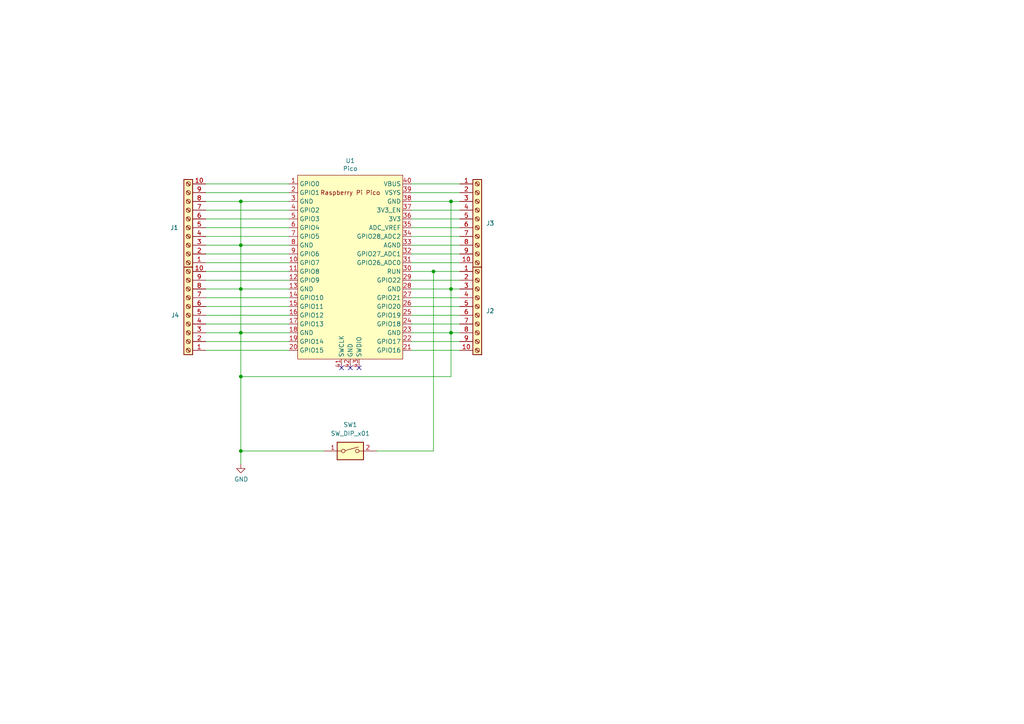
<source format=kicad_sch>
(kicad_sch (version 20231120) (generator "eeschema") (generator_version "8.0")
  (paper "A4")
  (lib_symbols
    (symbol "Connector:Screw_Terminal_01x10" (pin_names (offset 1.016) hide)
      (property "Reference" "J" (at 0 12.7 0))
      (property "Value" "Screw_Terminal_01x10" (at 0 -15.24 0))
      (symbol "Screw_Terminal_01x10_1_1"
        (rectangle (start -1.27 11.43) (end 1.27 -13.97) (stroke (width 0.254)) (fill (type background)))
        (circle (center 0 -12.7) (radius 0.635) (stroke (width 0.1524)))
        (circle (center 0 -10.16) (radius 0.635) (stroke (width 0.1524)))
        (circle (center 0 -7.62) (radius 0.635) (stroke (width 0.1524)))
        (circle (center 0 -5.08) (radius 0.635) (stroke (width 0.1524)))
        (circle (center 0 -2.54) (radius 0.635) (stroke (width 0.1524)))
        (polyline (pts (xy -0.5334 -12.3698) (xy 0.3302 -13.208)) (stroke (width 0.1524)))
        (polyline (pts (xy -0.5334 -9.8298) (xy 0.3302 -10.668)) (stroke (width 0.1524)))
        (polyline (pts (xy -0.5334 -7.2898) (xy 0.3302 -8.128)) (stroke (width 0.1524)))
        (polyline (pts (xy -0.5334 -4.7498) (xy 0.3302 -5.588)) (stroke (width 0.1524)))
        (polyline (pts (xy -0.5334 -2.2098) (xy 0.3302 -3.048)) (stroke (width 0.1524)))
        (polyline (pts (xy -0.5334 0.3302) (xy 0.3302 -0.508)) (stroke (width 0.1524)))
        (polyline (pts (xy -0.5334 2.8702) (xy 0.3302 2.032)) (stroke (width 0.1524)))
        (polyline (pts (xy -0.5334 5.4102) (xy 0.3302 4.572)) (stroke (width 0.1524)))
        (polyline (pts (xy -0.5334 7.9502) (xy 0.3302 7.112)) (stroke (width 0.1524)))
        (polyline (pts (xy -0.5334 10.4902) (xy 0.3302 9.652)) (stroke (width 0.1524)))
        (polyline (pts (xy -0.3556 -12.192) (xy 0.508 -13.0302)) (stroke (width 0.1524)))
        (polyline (pts (xy -0.3556 -9.652) (xy 0.508 -10.4902)) (stroke (width 0.1524)))
        (polyline (pts (xy -0.3556 -7.112) (xy 0.508 -7.9502)) (stroke (width 0.1524)))
        (polyline (pts (xy -0.3556 -4.572) (xy 0.508 -5.4102)) (stroke (width 0.1524)))
        (polyline (pts (xy -0.3556 -2.032) (xy 0.508 -2.8702)) (stroke (width 0.1524)))
        (polyline (pts (xy -0.3556 0.508) (xy 0.508 -0.3302)) (stroke (width 0.1524)))
        (polyline (pts (xy -0.3556 3.048) (xy 0.508 2.2098)) (stroke (width 0.1524)))
        (polyline (pts (xy -0.3556 5.588) (xy 0.508 4.7498)) (stroke (width 0.1524)))
        (polyline (pts (xy -0.3556 8.128) (xy 0.508 7.2898)) (stroke (width 0.1524)))
        (polyline (pts (xy -0.3556 10.668) (xy 0.508 9.8298)) (stroke (width 0.1524)))
        (circle (center 0 0) (radius 0.635) (stroke (width 0.1524)))
        (circle (center 0 2.54) (radius 0.635) (stroke (width 0.1524)))
        (circle (center 0 5.08) (radius 0.635) (stroke (width 0.1524)))
        (circle (center 0 7.62) (radius 0.635) (stroke (width 0.1524)))
        (circle (center 0 10.16) (radius 0.635) (stroke (width 0.1524)))
        (pin passive line (at -5.08 10.16 0) (length 3.81) (name "Pin_1") (number "1"))
        (pin passive line (at -5.08 -12.7 0) (length 3.81) (name "Pin_10") (number "10"))
        (pin passive line (at -5.08 7.62 0) (length 3.81) (name "Pin_2") (number "2"))
        (pin passive line (at -5.08 5.08 0) (length 3.81) (name "Pin_3") (number "3"))
        (pin passive line (at -5.08 2.54 0) (length 3.81) (name "Pin_4") (number "4"))
        (pin passive line (at -5.08 0 0) (length 3.81) (name "Pin_5") (number "5"))
        (pin passive line (at -5.08 -2.54 0) (length 3.81) (name "Pin_6") (number "6"))
        (pin passive line (at -5.08 -5.08 0) (length 3.81) (name "Pin_7") (number "7"))
        (pin passive line (at -5.08 -7.62 0) (length 3.81) (name "Pin_8") (number "8"))
        (pin passive line (at -5.08 -10.16 0) (length 3.81) (name "Pin_9") (number "9"))
      )
    )
    (symbol "MCU_RaspberryPi_and_Boards:Pico"
      (property "Reference" "U" (at -13.97 27.94 0))
      (property "Value" "Pico" (at 0 19.05 0))
      (symbol "Pico_0_0"
        (text "Raspberry Pi Pico" (at 0 21.59 0) (effects (font (size 1.27 1.27))))
      )
      (symbol "Pico_0_1"
        (rectangle (start -15.24 26.67) (end 15.24 -26.67) (fill (type background)))
      )
      (symbol "Pico_1_1"
        (pin bidirectional line (at -17.78 24.13 0) (length 2.54) (name "GPIO0") (number "1"))
        (pin bidirectional line (at -17.78 1.27 0) (length 2.54) (name "GPIO7") (number "10"))
        (pin bidirectional line (at -17.78 -1.27 0) (length 2.54) (name "GPIO8") (number "11"))
        (pin bidirectional line (at -17.78 -3.81 0) (length 2.54) (name "GPIO9") (number "12"))
        (pin power_in line (at -17.78 -6.35 0) (length 2.54) (name "GND") (number "13"))
        (pin bidirectional line (at -17.78 -8.89 0) (length 2.54) (name "GPIO10") (number "14"))
        (pin bidirectional line (at -17.78 -11.43 0) (length 2.54) (name "GPIO11") (number "15"))
        (pin bidirectional line (at -17.78 -13.97 0) (length 2.54) (name "GPIO12") (number "16"))
        (pin bidirectional line (at -17.78 -16.51 0) (length 2.54) (name "GPIO13") (number "17"))
        (pin power_in line (at -17.78 -19.05 0) (length 2.54) (name "GND") (number "18"))
        (pin bidirectional line (at -17.78 -21.59 0) (length 2.54) (name "GPIO14") (number "19"))
        (pin bidirectional line (at -17.78 21.59 0) (length 2.54) (name "GPIO1") (number "2"))
        (pin bidirectional line (at -17.78 -24.13 0) (length 2.54) (name "GPIO15") (number "20"))
        (pin bidirectional line (at 17.78 -24.13 180) (length 2.54) (name "GPIO16") (number "21"))
        (pin bidirectional line (at 17.78 -21.59 180) (length 2.54) (name "GPIO17") (number "22"))
        (pin power_in line (at 17.78 -19.05 180) (length 2.54) (name "GND") (number "23"))
        (pin bidirectional line (at 17.78 -16.51 180) (length 2.54) (name "GPIO18") (number "24"))
        (pin bidirectional line (at 17.78 -13.97 180) (length 2.54) (name "GPIO19") (number "25"))
        (pin bidirectional line (at 17.78 -11.43 180) (length 2.54) (name "GPIO20") (number "26"))
        (pin bidirectional line (at 17.78 -8.89 180) (length 2.54) (name "GPIO21") (number "27"))
        (pin power_in line (at 17.78 -6.35 180) (length 2.54) (name "GND") (number "28"))
        (pin bidirectional line (at 17.78 -3.81 180) (length 2.54) (name "GPIO22") (number "29"))
        (pin power_in line (at -17.78 19.05 0) (length 2.54) (name "GND") (number "3"))
        (pin input line (at 17.78 -1.27 180) (length 2.54) (name "RUN") (number "30"))
        (pin bidirectional line (at 17.78 1.27 180) (length 2.54) (name "GPIO26_ADC0") (number "31"))
        (pin bidirectional line (at 17.78 3.81 180) (length 2.54) (name "GPIO27_ADC1") (number "32"))
        (pin power_in line (at 17.78 6.35 180) (length 2.54) (name "AGND") (number "33"))
        (pin bidirectional line (at 17.78 8.89 180) (length 2.54) (name "GPIO28_ADC2") (number "34"))
        (pin power_in line (at 17.78 11.43 180) (length 2.54) (name "ADC_VREF") (number "35"))
        (pin power_in line (at 17.78 13.97 180) (length 2.54) (name "3V3") (number "36"))
        (pin input line (at 17.78 16.51 180) (length 2.54) (name "3V3_EN") (number "37"))
        (pin bidirectional line (at 17.78 19.05 180) (length 2.54) (name "GND") (number "38"))
        (pin power_in line (at 17.78 21.59 180) (length 2.54) (name "VSYS") (number "39"))
        (pin bidirectional line (at -17.78 16.51 0) (length 2.54) (name "GPIO2") (number "4"))
        (pin power_in line (at 17.78 24.13 180) (length 2.54) (name "VBUS") (number "40"))
        (pin input line (at -2.54 -29.21 90) (length 2.54) (name "SWCLK") (number "41"))
        (pin power_in line (at 0 -29.21 90) (length 2.54) (name "GND") (number "42"))
        (pin bidirectional line (at 2.54 -29.21 90) (length 2.54) (name "SWDIO") (number "43"))
        (pin bidirectional line (at -17.78 13.97 0) (length 2.54) (name "GPIO3") (number "5"))
        (pin bidirectional line (at -17.78 11.43 0) (length 2.54) (name "GPIO4") (number "6"))
        (pin bidirectional line (at -17.78 8.89 0) (length 2.54) (name "GPIO5") (number "7"))
        (pin power_in line (at -17.78 6.35 0) (length 2.54) (name "GND") (number "8"))
        (pin bidirectional line (at -17.78 3.81 0) (length 2.54) (name "GPIO6") (number "9"))
      )
    )
    (symbol "Switch:SW_DIP_x01" (pin_names (offset 0) hide)
      (property "Reference" "SW" (at 0 3.81 0))
      (property "Value" "SW_DIP_x01" (at 0 -3.81 0))
      (symbol "SW_DIP_x01_0_0"
        (circle (center -2.032 0) (radius 0.508))
        (polyline (pts (xy -1.524 0.127) (xy 2.3622 1.1684)))
        (circle (center 2.032 0) (radius 0.508))
      )
      (symbol "SW_DIP_x01_0_1"
        (rectangle (start -3.81 2.54) (end 3.81 -2.54) (stroke (width 0.254)) (fill (type background)))
      )
      (symbol "SW_DIP_x01_1_1"
        (pin passive line (at -7.62 0 0) (length 5.08) (name "~") (number "1"))
        (pin passive line (at 7.62 0 180) (length 5.08) (name "~") (number "2"))
      )
    )
    (symbol "power:GND" (power) (pin_names (offset 0))
      (property "Value" "GND" (at 0 -3.81 0))
      (symbol "GND_0_1"
        (polyline (pts (xy 0 0) (xy 0 -1.27) (xy 1.27 -1.27) (xy 0 -2.54) (xy -1.27 -1.27) (xy 0 -1.27)))
      )
      (symbol "GND_1_1"
        (pin power_in line (at 0 0 270) (length 0) hide (name "GND") (number "1"))
      )
    )
  )
  (junction (at 69.85 71.12))
  (junction (at 69.85 83.82))
  (junction (at 69.85 96.52))
  (junction (at 69.85 58.42))
  (junction (at 69.85 130.81))
  (junction (at 130.81 96.52))
  (junction (at 69.85 109.22))
  (junction (at 125.73 78.74))
  (junction (at 130.81 83.82))
  (junction (at 130.81 58.42))
  (no_connect (at 99.06 106.68))
  (no_connect (at 104.14 106.68))
  (no_connect (at 101.6 106.68))
  (wire (pts (xy 59.69 63.5) (xy 83.82 63.5)))
  (wire (pts (xy 59.69 53.34) (xy 83.82 53.34)))
  (wire (pts (xy 69.85 71.12) (xy 69.85 58.42)))
  (wire (pts (xy 59.69 93.98) (xy 83.82 93.98)))
  (wire (pts (xy 59.69 78.74) (xy 83.82 78.74)))
  (wire (pts (xy 59.69 71.12) (xy 69.85 71.12)))
  (wire (pts (xy 119.38 99.06) (xy 133.35 99.06)))
  (wire (pts (xy 119.38 93.98) (xy 133.35 93.98)))
  (wire (pts (xy 133.35 86.36) (xy 119.38 86.36)))
  (wire (pts (xy 59.69 101.6) (xy 83.82 101.6)))
  (wire (pts (xy 59.69 58.42) (xy 69.85 58.42)))
  (wire (pts (xy 69.85 58.42) (xy 83.82 58.42)))
  (wire (pts (xy 133.35 66.04) (xy 119.38 66.04)))
  (wire (pts (xy 133.35 76.2) (xy 119.38 76.2)))
  (wire (pts (xy 130.81 109.22) (xy 130.81 96.52)))
  (wire (pts (xy 133.35 55.88) (xy 119.38 55.88)))
  (wire (pts (xy 59.69 55.88) (xy 83.82 55.88)))
  (wire (pts (xy 133.35 81.28) (xy 119.38 81.28)))
  (wire (pts (xy 59.69 91.44) (xy 83.82 91.44)))
  (wire (pts (xy 130.81 83.82) (xy 130.81 58.42)))
  (wire (pts (xy 133.35 91.44) (xy 119.38 91.44)))
  (wire (pts (xy 119.38 58.42) (xy 130.81 58.42)))
  (wire (pts (xy 69.85 130.81) (xy 69.85 134.62)))
  (wire (pts (xy 59.69 96.52) (xy 69.85 96.52)))
  (wire (pts (xy 130.81 96.52) (xy 130.81 83.82)))
  (wire (pts (xy 69.85 130.81) (xy 93.98 130.81)))
  (wire (pts (xy 69.85 109.22) (xy 69.85 130.81)))
  (wire (pts (xy 133.35 71.12) (xy 119.38 71.12)))
  (wire (pts (xy 59.69 73.66) (xy 83.82 73.66)))
  (wire (pts (xy 119.38 88.9) (xy 133.35 88.9)))
  (wire (pts (xy 69.85 109.22) (xy 69.85 96.52)))
  (wire (pts (xy 125.73 78.74) (xy 125.73 130.81)))
  (wire (pts (xy 119.38 83.82) (xy 130.81 83.82)))
  (wire (pts (xy 125.73 78.74) (xy 133.35 78.74)))
  (wire (pts (xy 59.69 60.96) (xy 83.82 60.96)))
  (wire (pts (xy 69.85 96.52) (xy 83.82 96.52)))
  (wire (pts (xy 69.85 96.52) (xy 69.85 83.82)))
  (wire (pts (xy 69.85 83.82) (xy 83.82 83.82)))
  (wire (pts (xy 119.38 73.66) (xy 133.35 73.66)))
  (wire (pts (xy 59.69 88.9) (xy 83.82 88.9)))
  (wire (pts (xy 130.81 96.52) (xy 119.38 96.52)))
  (wire (pts (xy 59.69 68.58) (xy 83.82 68.58)))
  (wire (pts (xy 133.35 96.52) (xy 130.81 96.52)))
  (wire (pts (xy 119.38 53.34) (xy 133.35 53.34)))
  (wire (pts (xy 59.69 99.06) (xy 83.82 99.06)))
  (wire (pts (xy 119.38 68.58) (xy 133.35 68.58)))
  (wire (pts (xy 59.69 86.36) (xy 83.82 86.36)))
  (wire (pts (xy 133.35 60.96) (xy 119.38 60.96)))
  (wire (pts (xy 119.38 63.5) (xy 133.35 63.5)))
  (wire (pts (xy 59.69 76.2) (xy 83.82 76.2)))
  (wire (pts (xy 130.81 58.42) (xy 133.35 58.42)))
  (wire (pts (xy 59.69 81.28) (xy 83.82 81.28)))
  (wire (pts (xy 133.35 101.6) (xy 119.38 101.6)))
  (wire (pts (xy 59.69 83.82) (xy 69.85 83.82)))
  (wire (pts (xy 125.73 130.81) (xy 109.22 130.81)))
  (wire (pts (xy 69.85 71.12) (xy 83.82 71.12)))
  (wire (pts (xy 119.38 78.74) (xy 125.73 78.74)))
  (wire (pts (xy 130.81 83.82) (xy 133.35 83.82)))
  (wire (pts (xy 69.85 83.82) (xy 69.85 71.12)))
  (wire (pts (xy 59.69 66.04) (xy 83.82 66.04)))
  (wire (pts (xy 69.85 109.22) (xy 130.81 109.22)))
  (symbol (lib_id "MCU_RaspberryPi_and_Boards:Pico") (at 101.6 77.47 0) (unit 1)
    (property "Reference" "U1" (at 101.6 46.609 0))
    (property "Value" "Pico" (at 101.6 48.9204 0))
    (property "Footprint" "MCU_RaspberryPi_and_Boards:RPi_Pico_SMD_TH" (effects (hide yes)))
  )
  (symbol (lib_id "power:GND") (at 69.85 134.62 0) (unit 1)
    (property "Reference" "#PWR0101" (effects (hide yes)))
    (property "Value" "GND" (at 69.977 139.0142 0))
  )
  (symbol (lib_id "Connector:Screw_Terminal_01x10") (at 138.43 63.5 0) (unit 1)
    (property "Reference" "J3" (at 140.97 64.7699 0) (effects (justify left)))
    (property "Value" "Screw_Terminal_01x10" (effects (hide yes)))
    (property "Footprint" "TerminalBlock_Phoenix:TerminalBlock_Phoenix_MKDS-1,5-10_1x10_P5.00mm_Horizontal" (effects (hide yes)))
    (property "Description" "Generic screw terminal, single row, 01x10, script generated (kicad-library-utils/schlib/autogen/connector/)" (effects (hide yes)))
  )
  (symbol (lib_id "Connector:Screw_Terminal_01x10") (at 54.61 66.04 180) (unit 1)
    (property "Reference" "J1" (at 50.546 66.04 0))
    (property "Value" "Screw_Terminal_01x10" (effects (hide yes)))
    (property "Footprint" "TerminalBlock_Phoenix:TerminalBlock_Phoenix_MKDS-1,5-10_1x10_P5.00mm_Horizontal" (effects (hide yes)))
    (property "Description" "Generic screw terminal, single row, 01x10, script generated (kicad-library-utils/schlib/autogen/connector/)" (effects (hide yes)))
  )
  (symbol (lib_id "Switch:SW_DIP_x01") (at 101.6 130.81 0) (unit 1)
    (property "Reference" "SW1" (at 101.6 123.19 0))
    (property "Value" "SW_DIP_x01" (at 101.6 125.73 0))
    (property "Footprint" "Button_Switch_THT:SW_PUSH_6mm_H4.3mm" (effects (hide yes)))
    (property "Description" "1x DIP Switch, Single Pole Single Throw (SPST) switch, small symbol" (effects (hide yes)))
  )
  (symbol (lib_id "Connector:Screw_Terminal_01x10") (at 54.61 91.44 180) (unit 1)
    (property "Reference" "J4" (at 50.8 91.44 0))
    (property "Value" "Screw_Terminal_01x10" (effects (hide yes)))
    (property "Footprint" "TerminalBlock_Phoenix:TerminalBlock_Phoenix_MKDS-1,5-10_1x10_P5.00mm_Horizontal" (effects (hide yes)))
    (property "Description" "Generic screw terminal, single row, 01x10, script generated (kicad-library-utils/schlib/autogen/connector/)" (effects (hide yes)))
  )
  (symbol (lib_id "Connector:Screw_Terminal_01x10") (at 138.43 88.9 0) (unit 1)
    (property "Reference" "J2" (at 140.97 90.1699 0) (effects (justify left)))
    (property "Value" "Screw_Terminal_01x10" (effects (hide yes)))
    (property "Footprint" "TerminalBlock_Phoenix:TerminalBlock_Phoenix_MKDS-1,5-10_1x10_P5.00mm_Horizontal" (effects (hide yes)))
    (property "Description" "Generic screw terminal, single row, 01x10, script generated (kicad-library-utils/schlib/autogen/connector/)" (effects (hide yes)))
  )
)
</source>
